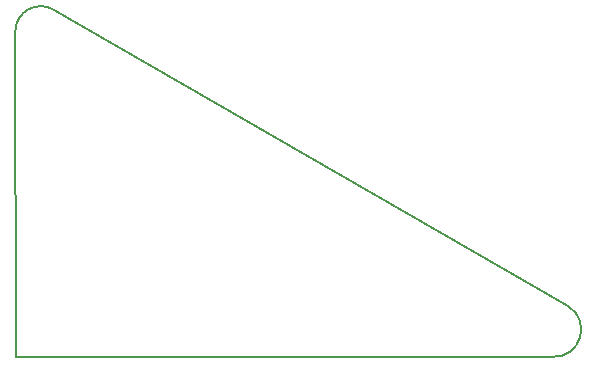
<source format=gm1>
G04 #@! TF.GenerationSoftware,KiCad,Pcbnew,(6.0.2-0)*
G04 #@! TF.CreationDate,2023-03-22T16:23:12-04:00*
G04 #@! TF.ProjectId,motor_board,6d6f746f-725f-4626-9f61-72642e6b6963,rev?*
G04 #@! TF.SameCoordinates,Original*
G04 #@! TF.FileFunction,Profile,NP*
%FSLAX46Y46*%
G04 Gerber Fmt 4.6, Leading zero omitted, Abs format (unit mm)*
G04 Created by KiCad (PCBNEW (6.0.2-0)) date 2023-03-22 16:23:12*
%MOMM*%
%LPD*%
G01*
G04 APERTURE LIST*
G04 #@! TA.AperFunction,Profile*
%ADD10C,0.200000*%
G04 #@! TD*
G04 APERTURE END LIST*
D10*
X41910000Y-76370000D02*
G75*
G03*
X38670000Y-78110000I-1098715J-1840669D01*
G01*
X38730501Y-105780000D02*
X38670000Y-78110000D01*
X84130000Y-105760000D02*
G75*
G03*
X85450000Y-101460000I128498J2313159D01*
G01*
X38730501Y-105780000D02*
X84130000Y-105760000D01*
X41910000Y-76370000D02*
X85450000Y-101460000D01*
M02*

</source>
